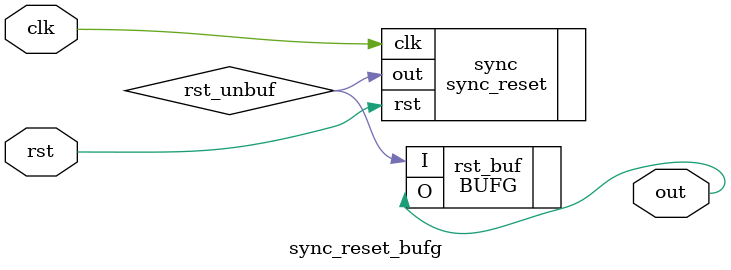
<source format=v>
`resetall
`timescale 1ns / 1ps
`default_nettype none

(* dont_touch = "yes" *) // don't try to use partial outputs of the reset
module sync_reset_bufg #
(
    // depth of synchronizer
    parameter N = 2
)
(
    input  wire clk,
    input  wire rst,
    output wire out
);

wire rst_unbuf;

sync_reset #(
    .N(N)
) sync (
    .clk(clk),
    .rst(rst),
    .out(rst_unbuf)
);

BUFG rst_buf (
    .I(rst_unbuf),
    .O(out)
);

endmodule

`resetall

</source>
